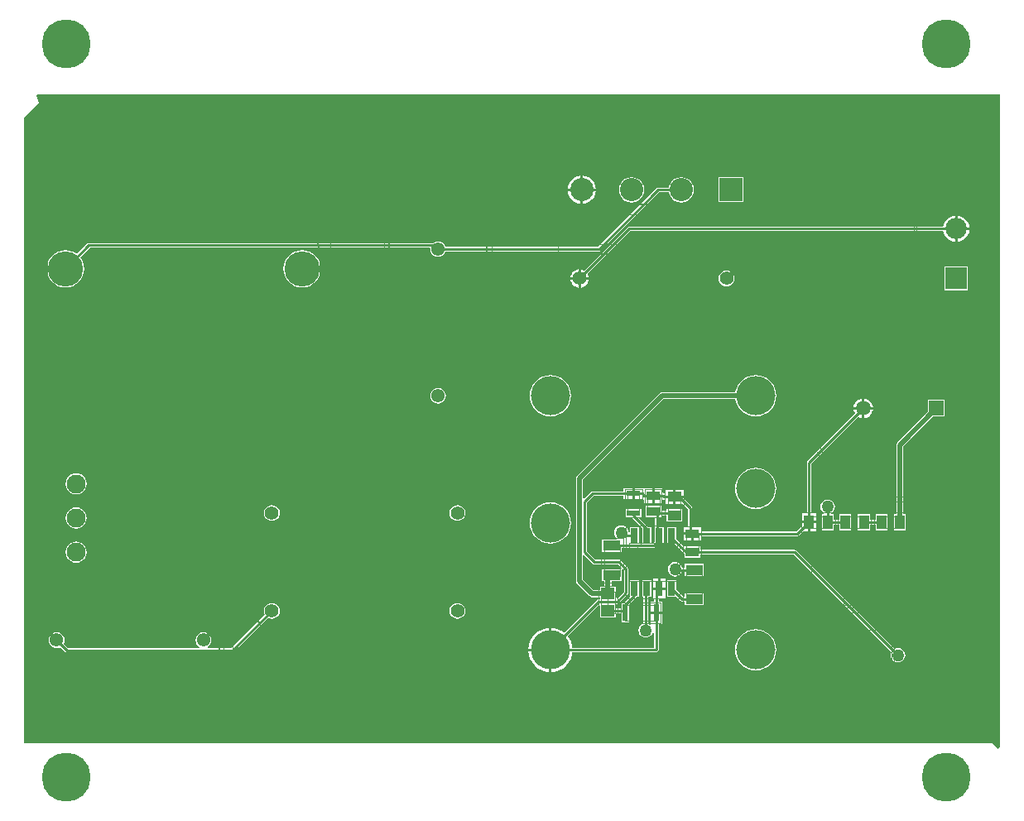
<source format=gbl>
G04 Layer_Physical_Order=2*
G04 Layer_Color=16711680*
%FSLAX25Y25*%
%MOIN*%
G70*
G01*
G75*
%ADD15C,0.01000*%
%ADD16C,0.01969*%
%ADD17C,0.00394*%
%ADD18C,0.00787*%
%ADD19C,0.00197*%
%ADD20C,0.19685*%
%ADD21C,0.05906*%
%ADD22R,0.05906X0.05906*%
%ADD23C,0.05500*%
%ADD24C,0.15748*%
%ADD25C,0.08563*%
%ADD26R,0.08563X0.08563*%
%ADD27C,0.09331*%
%ADD28R,0.09331X0.09331*%
%ADD29C,0.05437*%
%ADD30C,0.05512*%
%ADD31C,0.14173*%
%ADD32C,0.07677*%
%ADD33C,0.05000*%
%ADD34R,0.03937X0.05709*%
%ADD35R,0.02441X0.07165*%
%ADD36R,0.05512X0.03740*%
%ADD37R,0.05709X0.03937*%
%ADD38R,0.07087X0.04134*%
%ADD39R,0.05709X0.04528*%
%ADD40R,0.02756X0.06004*%
%ADD41R,0.05787X0.02441*%
%ADD42R,0.05472X0.03780*%
G36*
X592520Y189370D02*
X591732Y188583D01*
X589370Y190945D01*
X199606D01*
Y442913D01*
X205512Y448819D01*
X204485Y451557D01*
X204770Y451968D01*
X592520D01*
Y189370D01*
D02*
G37*
%LPC*%
G36*
X424555Y419329D02*
Y414181D01*
X429704D01*
X429575Y415160D01*
X429004Y416538D01*
X428096Y417722D01*
X426912Y418630D01*
X425534Y419201D01*
X424555Y419329D01*
D02*
G37*
G36*
X423555D02*
X422576Y419201D01*
X421198Y418630D01*
X420015Y417722D01*
X419106Y416538D01*
X418536Y415160D01*
X418407Y414181D01*
X423555D01*
Y419329D01*
D02*
G37*
G36*
X489114Y418740D02*
X478996D01*
Y408622D01*
X489114D01*
Y418740D01*
D02*
G37*
G36*
X464055Y418784D02*
X462735Y418610D01*
X461504Y418100D01*
X460447Y417289D01*
X459636Y416232D01*
X459126Y415002D01*
X459072Y414592D01*
X454881D01*
X454532Y414523D01*
X454237Y414325D01*
X430586Y390675D01*
X369133D01*
X368860Y391333D01*
X368361Y391983D01*
X367711Y392482D01*
X366954Y392796D01*
X366142Y392903D01*
X365329Y392796D01*
X364572Y392482D01*
X364269Y392250D01*
X225591D01*
X225242Y392180D01*
X224946Y391983D01*
X220749Y387786D01*
X220318Y388140D01*
X219018Y388834D01*
X217608Y389262D01*
X216142Y389406D01*
X214675Y389262D01*
X213265Y388834D01*
X211966Y388140D01*
X210827Y387205D01*
X209892Y386066D01*
X209197Y384766D01*
X208770Y383356D01*
X208625Y381890D01*
X208770Y380423D01*
X209197Y379013D01*
X209892Y377714D01*
X210827Y376575D01*
X211966Y375640D01*
X213265Y374945D01*
X214675Y374518D01*
X216142Y374373D01*
X217608Y374518D01*
X219018Y374945D01*
X220318Y375640D01*
X221457Y376575D01*
X222392Y377714D01*
X223086Y379013D01*
X223514Y380423D01*
X223658Y381890D01*
X223514Y383356D01*
X223086Y384766D01*
X222392Y386066D01*
X222038Y386497D01*
X225968Y390427D01*
X362711D01*
X363041Y390051D01*
X363003Y389764D01*
X363110Y388951D01*
X363423Y388194D01*
X363922Y387544D01*
X364572Y387045D01*
X365329Y386732D01*
X366142Y386625D01*
X366954Y386732D01*
X367711Y387045D01*
X368361Y387544D01*
X368860Y388194D01*
X369133Y388853D01*
X430964D01*
X431313Y388922D01*
X431608Y389120D01*
X455258Y412770D01*
X459072D01*
X459126Y412360D01*
X459636Y411130D01*
X460447Y410073D01*
X461504Y409262D01*
X462735Y408752D01*
X464055Y408578D01*
X465376Y408752D01*
X466607Y409262D01*
X467663Y410073D01*
X468474Y411130D01*
X468984Y412360D01*
X469158Y413681D01*
X468984Y415002D01*
X468474Y416232D01*
X467663Y417289D01*
X466607Y418100D01*
X465376Y418610D01*
X464055Y418784D01*
D02*
G37*
G36*
X444055D02*
X442734Y418610D01*
X441504Y418100D01*
X440447Y417289D01*
X439636Y416232D01*
X439126Y415002D01*
X438952Y413681D01*
X439126Y412360D01*
X439636Y411130D01*
X440447Y410073D01*
X441504Y409262D01*
X442734Y408752D01*
X444055Y408578D01*
X445376Y408752D01*
X446606Y409262D01*
X447663Y410073D01*
X448474Y411130D01*
X448984Y412360D01*
X449158Y413681D01*
X448984Y415002D01*
X448474Y416232D01*
X447663Y417289D01*
X446606Y418100D01*
X445376Y418610D01*
X444055Y418784D01*
D02*
G37*
G36*
X429704Y413181D02*
X424555D01*
Y408033D01*
X425534Y408161D01*
X426912Y408732D01*
X428096Y409640D01*
X429004Y410824D01*
X429575Y412202D01*
X429704Y413181D01*
D02*
G37*
G36*
X423555D02*
X418407D01*
X418536Y412202D01*
X419106Y410824D01*
X420015Y409640D01*
X421198Y408732D01*
X422576Y408161D01*
X423555Y408033D01*
Y413181D01*
D02*
G37*
G36*
X575303Y403214D02*
Y398453D01*
X580064D01*
X579949Y399331D01*
X579417Y400616D01*
X578570Y401720D01*
X577467Y402566D01*
X576182Y403098D01*
X575303Y403214D01*
D02*
G37*
G36*
X574303D02*
X573424Y403098D01*
X572140Y402566D01*
X571036Y401720D01*
X570190Y400616D01*
X569658Y399331D01*
X569596Y398864D01*
X443228D01*
X442880Y398795D01*
X442584Y398597D01*
X425174Y381187D01*
X425120Y381228D01*
X424207Y381606D01*
X423728Y381669D01*
Y378453D01*
X426945D01*
X426882Y378932D01*
X426504Y379844D01*
X426462Y379898D01*
X443606Y397042D01*
X569596D01*
X569658Y396574D01*
X570190Y395289D01*
X571036Y394186D01*
X572140Y393339D01*
X573424Y392807D01*
X574303Y392692D01*
Y397953D01*
Y403214D01*
D02*
G37*
G36*
X580064Y397453D02*
X575303D01*
Y392692D01*
X576182Y392807D01*
X577467Y393339D01*
X578570Y394186D01*
X579417Y395289D01*
X579949Y396574D01*
X580064Y397453D01*
D02*
G37*
G36*
X422728Y381669D02*
X422249Y381606D01*
X421337Y381228D01*
X420554Y380627D01*
X419953Y379844D01*
X419575Y378932D01*
X419512Y378453D01*
X422728D01*
Y381669D01*
D02*
G37*
G36*
X482283Y381124D02*
X481463Y381016D01*
X480698Y380699D01*
X480041Y380195D01*
X479537Y379538D01*
X479221Y378773D01*
X479113Y377953D01*
X479221Y377132D01*
X479537Y376367D01*
X480041Y375711D01*
X480698Y375207D01*
X481463Y374890D01*
X482283Y374782D01*
X483104Y374890D01*
X483869Y375207D01*
X484525Y375711D01*
X485029Y376367D01*
X485346Y377132D01*
X485454Y377953D01*
X485346Y378773D01*
X485029Y379538D01*
X484525Y380195D01*
X483869Y380699D01*
X483104Y381016D01*
X482283Y381124D01*
D02*
G37*
G36*
X311417Y389406D02*
X309951Y389262D01*
X308541Y388834D01*
X307242Y388140D01*
X306102Y387205D01*
X305168Y386066D01*
X304473Y384766D01*
X304045Y383356D01*
X303901Y381890D01*
X304045Y380423D01*
X304473Y379013D01*
X305168Y377714D01*
X306102Y376575D01*
X307242Y375640D01*
X308541Y374945D01*
X309951Y374518D01*
X311417Y374373D01*
X312884Y374518D01*
X314294Y374945D01*
X315593Y375640D01*
X316732Y376575D01*
X317667Y377714D01*
X318362Y379013D01*
X318790Y380423D01*
X318934Y381890D01*
X318790Y383356D01*
X318362Y384766D01*
X317667Y386066D01*
X316732Y387205D01*
X315593Y388140D01*
X314294Y388834D01*
X312884Y389262D01*
X311417Y389406D01*
D02*
G37*
G36*
X426945Y377453D02*
X423728D01*
Y374236D01*
X424207Y374299D01*
X425120Y374677D01*
X425903Y375278D01*
X426504Y376062D01*
X426882Y376974D01*
X426945Y377453D01*
D02*
G37*
G36*
X422728D02*
X419512D01*
X419575Y376974D01*
X419953Y376062D01*
X420554Y375278D01*
X421337Y374677D01*
X422249Y374299D01*
X422728Y374236D01*
Y377453D01*
D02*
G37*
G36*
X579478Y382628D02*
X570128D01*
Y373278D01*
X579478D01*
Y382628D01*
D02*
G37*
G36*
X366142Y333848D02*
X365329Y333741D01*
X364572Y333427D01*
X363922Y332928D01*
X363423Y332278D01*
X363110Y331521D01*
X363003Y330709D01*
X363110Y329896D01*
X363423Y329139D01*
X363922Y328489D01*
X364572Y327990D01*
X365329Y327677D01*
X366142Y327570D01*
X366954Y327677D01*
X367711Y327990D01*
X368361Y328489D01*
X368860Y329139D01*
X369174Y329896D01*
X369281Y330709D01*
X369174Y331521D01*
X368860Y332278D01*
X368361Y332928D01*
X367711Y333427D01*
X366954Y333741D01*
X366142Y333848D01*
D02*
G37*
G36*
X537902Y329593D02*
Y326172D01*
X541323D01*
X541253Y326704D01*
X540854Y327666D01*
X540221Y328491D01*
X539395Y329125D01*
X538434Y329523D01*
X537902Y329593D01*
D02*
G37*
G36*
X536902D02*
X536370Y329523D01*
X535408Y329125D01*
X534583Y328491D01*
X533949Y327666D01*
X533551Y326704D01*
X533481Y326172D01*
X536902D01*
Y329593D01*
D02*
G37*
G36*
X494094Y339016D02*
X492474Y338857D01*
X490915Y338384D01*
X489479Y337616D01*
X488220Y336583D01*
X487187Y335324D01*
X486419Y333888D01*
X485946Y332329D01*
X485925Y332114D01*
X456309D01*
X455771Y332007D01*
X455315Y331702D01*
X422206Y298593D01*
X421902Y298138D01*
X421795Y297600D01*
Y256000D01*
X421902Y255462D01*
X422206Y255007D01*
X427223Y249990D01*
X427679Y249685D01*
X428217Y249578D01*
X431331D01*
Y248711D01*
X430871D01*
X430522Y248642D01*
X430227Y248444D01*
X417015Y235232D01*
X416371Y235761D01*
X414830Y236585D01*
X413157Y237092D01*
X411917Y237214D01*
Y228346D01*
Y219479D01*
X413157Y219601D01*
X414830Y220108D01*
X416371Y220932D01*
X417723Y222041D01*
X418832Y223392D01*
X419656Y224934D01*
X420163Y226607D01*
X420245Y227435D01*
X453869D01*
X454218Y227505D01*
X454514Y227702D01*
X454767Y227956D01*
X454965Y228251D01*
X455034Y228600D01*
Y238757D01*
X456344D01*
Y242840D01*
X454123D01*
X451902D01*
Y239222D01*
X451902Y238887D01*
X451473Y238586D01*
X451263Y238748D01*
X450714Y238975D01*
Y249707D01*
X452028D01*
Y256498D01*
X448484D01*
Y249707D01*
X448892D01*
Y238975D01*
X448344Y238748D01*
X447739Y238284D01*
X447275Y237680D01*
X446984Y236976D01*
X446884Y236221D01*
X446984Y235465D01*
X447275Y234761D01*
X447739Y234157D01*
X448344Y233693D01*
X449048Y233401D01*
X449803Y233302D01*
X450559Y233401D01*
X451263Y233693D01*
X451867Y234157D01*
X452331Y234761D01*
X452622Y235465D01*
X452654Y235703D01*
X453179Y235865D01*
X453212Y235828D01*
Y229258D01*
X420245D01*
X420163Y230086D01*
X419656Y231759D01*
X418832Y233300D01*
X418303Y233944D01*
X430831Y246471D01*
X431331Y246264D01*
Y241436D01*
X437827D01*
Y243182D01*
X439910D01*
Y239363D01*
X443139D01*
Y246625D01*
X445900Y249387D01*
X446098Y249683D01*
X446103Y249707D01*
X447028D01*
Y256498D01*
X443484D01*
Y249707D01*
X443484Y249707D01*
X443484D01*
X443247Y249311D01*
X441252Y247316D01*
X439910D01*
Y245005D01*
X437827D01*
X437827Y246751D01*
X438270Y246889D01*
X438300D01*
X438649Y246958D01*
X438944Y247156D01*
X442573Y250785D01*
X442771Y251080D01*
X442840Y251429D01*
Y260827D01*
X442771Y261175D01*
X442573Y261471D01*
X439621Y264424D01*
X439325Y264621D01*
X438976Y264691D01*
X429511D01*
X426011Y268191D01*
Y287623D01*
X428805Y290417D01*
X440912D01*
Y289107D01*
X444306D01*
Y291328D01*
Y293548D01*
X440912D01*
Y292239D01*
X428428D01*
X428079Y292170D01*
X427783Y291972D01*
X425067Y289255D01*
X424605Y289447D01*
Y297018D01*
X456890Y329304D01*
X485925D01*
X485946Y329088D01*
X486419Y327529D01*
X487187Y326093D01*
X488220Y324834D01*
X489479Y323801D01*
X490915Y323033D01*
X492474Y322561D01*
X494094Y322401D01*
X495715Y322561D01*
X497274Y323033D01*
X498710Y323801D01*
X499969Y324834D01*
X501002Y326093D01*
X501770Y327529D01*
X502243Y329088D01*
X502402Y330709D01*
X502243Y332329D01*
X501770Y333888D01*
X501002Y335324D01*
X499969Y336583D01*
X498710Y337616D01*
X497274Y338384D01*
X495715Y338857D01*
X494094Y339016D01*
D02*
G37*
G36*
X411417D02*
X409797Y338857D01*
X408238Y338384D01*
X406802Y337616D01*
X405543Y336583D01*
X404510Y335324D01*
X403742Y333888D01*
X403269Y332329D01*
X403110Y330709D01*
X403269Y329088D01*
X403742Y327529D01*
X404510Y326093D01*
X405543Y324834D01*
X406802Y323801D01*
X408238Y323033D01*
X409797Y322561D01*
X411417Y322401D01*
X413038Y322561D01*
X414597Y323033D01*
X416033Y323801D01*
X417292Y324834D01*
X418325Y326093D01*
X419093Y327529D01*
X419565Y329088D01*
X419725Y330709D01*
X419565Y332329D01*
X419093Y333888D01*
X418325Y335324D01*
X417292Y336583D01*
X416033Y337616D01*
X414597Y338384D01*
X413038Y338857D01*
X411417Y339016D01*
D02*
G37*
G36*
X541323Y325172D02*
X537902D01*
Y321751D01*
X538434Y321821D01*
X539395Y322219D01*
X540221Y322853D01*
X540854Y323679D01*
X541253Y324640D01*
X541323Y325172D01*
D02*
G37*
G36*
X536902D02*
X533481D01*
X533551Y324640D01*
X533949Y323679D01*
X534023Y323582D01*
X514907Y304466D01*
X514709Y304170D01*
X514640Y303822D01*
Y283660D01*
X512583D01*
Y280306D01*
X515551D01*
X518520D01*
Y283660D01*
X516462D01*
Y303444D01*
X535312Y322294D01*
X535408Y322219D01*
X536370Y321821D01*
X536902Y321751D01*
Y325172D01*
D02*
G37*
G36*
X220472Y299544D02*
X219368Y299399D01*
X218338Y298973D01*
X217454Y298294D01*
X216775Y297410D01*
X216349Y296380D01*
X216204Y295276D01*
X216349Y294171D01*
X216775Y293141D01*
X217454Y292257D01*
X218338Y291579D01*
X219368Y291152D01*
X220472Y291007D01*
X221577Y291152D01*
X222607Y291579D01*
X223491Y292257D01*
X224169Y293141D01*
X224596Y294171D01*
X224741Y295276D01*
X224596Y296380D01*
X224169Y297410D01*
X223491Y298294D01*
X222607Y298973D01*
X221577Y299399D01*
X220472Y299544D01*
D02*
G37*
G36*
X465190Y293044D02*
X461836D01*
Y290576D01*
X465190D01*
Y293044D01*
D02*
G37*
G36*
X448700Y293548D02*
Y293548D01*
X448683Y293548D01*
X445306D01*
Y291328D01*
Y289107D01*
X448700D01*
X449118Y288911D01*
Y287611D01*
X452354D01*
Y290501D01*
Y293391D01*
X449118D01*
X449118Y293391D01*
X448700Y293548D01*
D02*
G37*
G36*
X456591Y293391D02*
X453354D01*
Y290501D01*
Y287611D01*
X456591D01*
Y288824D01*
X456648Y288907D01*
X456981Y289121D01*
X457481Y288944D01*
Y287107D01*
X460836D01*
Y290076D01*
Y293044D01*
X457481D01*
Y291722D01*
X457397Y291625D01*
X457091Y291442D01*
X456591Y291625D01*
Y293391D01*
D02*
G37*
G36*
X494094Y301615D02*
X492474Y301455D01*
X490915Y300982D01*
X489479Y300215D01*
X488220Y299181D01*
X487187Y297922D01*
X486419Y296486D01*
X485946Y294928D01*
X485787Y293307D01*
X485946Y291686D01*
X486419Y290128D01*
X487187Y288691D01*
X488220Y287433D01*
X489479Y286399D01*
X490915Y285632D01*
X492474Y285159D01*
X494094Y284999D01*
X495715Y285159D01*
X497274Y285632D01*
X498710Y286399D01*
X499969Y287433D01*
X501002Y288691D01*
X501770Y290128D01*
X502243Y291686D01*
X502402Y293307D01*
X502243Y294928D01*
X501770Y296486D01*
X501002Y297922D01*
X499969Y299181D01*
X498710Y300215D01*
X497274Y300982D01*
X495715Y301455D01*
X494094Y301615D01*
D02*
G37*
G36*
X547081Y283054D02*
X542356D01*
Y280717D01*
X539977D01*
Y283054D01*
X535253D01*
Y276558D01*
X539977D01*
Y278895D01*
X542356D01*
Y276558D01*
X547081D01*
Y283054D01*
D02*
G37*
G36*
X374016Y286641D02*
X373194Y286533D01*
X372427Y286216D01*
X371769Y285711D01*
X371265Y285053D01*
X370947Y284287D01*
X370839Y283465D01*
X370947Y282642D01*
X371265Y281876D01*
X371769Y281218D01*
X372427Y280713D01*
X373194Y280396D01*
X374016Y280288D01*
X374838Y280396D01*
X375604Y280713D01*
X376262Y281218D01*
X376767Y281876D01*
X377084Y282642D01*
X377193Y283465D01*
X377084Y284287D01*
X376767Y285053D01*
X376262Y285711D01*
X375604Y286216D01*
X374838Y286533D01*
X374016Y286641D01*
D02*
G37*
G36*
X299213D02*
X298390Y286533D01*
X297624Y286216D01*
X296966Y285711D01*
X296461Y285053D01*
X296144Y284287D01*
X296036Y283465D01*
X296144Y282642D01*
X296461Y281876D01*
X296966Y281218D01*
X297624Y280713D01*
X298390Y280396D01*
X299213Y280288D01*
X300035Y280396D01*
X300801Y280713D01*
X301459Y281218D01*
X301964Y281876D01*
X302281Y282642D01*
X302389Y283465D01*
X302281Y284287D01*
X301964Y285053D01*
X301459Y285711D01*
X300801Y286216D01*
X300035Y286533D01*
X299213Y286641D01*
D02*
G37*
G36*
X220472Y285765D02*
X219368Y285619D01*
X218338Y285193D01*
X217454Y284514D01*
X216775Y283630D01*
X216349Y282601D01*
X216204Y281496D01*
X216349Y280391D01*
X216775Y279362D01*
X217454Y278478D01*
X218338Y277799D01*
X219368Y277373D01*
X220472Y277227D01*
X221577Y277373D01*
X222607Y277799D01*
X223491Y278478D01*
X224169Y279362D01*
X224596Y280391D01*
X224741Y281496D01*
X224596Y282601D01*
X224169Y283630D01*
X223491Y284514D01*
X222607Y285193D01*
X221577Y285619D01*
X220472Y285765D01*
D02*
G37*
G36*
X570276Y329019D02*
X563583D01*
Y324313D01*
X551205Y311935D01*
X550901Y311479D01*
X550794Y310942D01*
Y283054D01*
X549837D01*
Y276558D01*
X554561D01*
Y283054D01*
X553604D01*
Y310360D01*
X565570Y322326D01*
X570276D01*
Y329019D01*
D02*
G37*
G36*
X523032Y288942D02*
X522276Y288843D01*
X521572Y288551D01*
X520968Y288087D01*
X520504Y287483D01*
X520212Y286779D01*
X520113Y286023D01*
X520212Y285268D01*
X520504Y284564D01*
X520968Y283960D01*
X521496Y283554D01*
X521462Y283265D01*
X521361Y283054D01*
X520669D01*
Y276558D01*
X525394D01*
Y278895D01*
X527773D01*
Y276558D01*
X532497D01*
Y283054D01*
X527773D01*
Y280717D01*
X525394D01*
Y283054D01*
X524702D01*
X524601Y283265D01*
X524567Y283554D01*
X525095Y283960D01*
X525559Y284564D01*
X525851Y285268D01*
X525950Y286023D01*
X525851Y286779D01*
X525559Y287483D01*
X525095Y288087D01*
X524491Y288551D01*
X523787Y288843D01*
X523032Y288942D01*
D02*
G37*
G36*
X518520Y279306D02*
X516051D01*
Y275952D01*
X518520D01*
Y279306D01*
D02*
G37*
G36*
X465190Y289576D02*
X461836D01*
Y287107D01*
X464704D01*
X466789Y285023D01*
Y278057D01*
X464765D01*
Y275687D01*
X468521D01*
Y275187D01*
X469021D01*
Y272317D01*
X472276D01*
Y274276D01*
X510932D01*
X511281Y274345D01*
X511577Y274543D01*
X512986Y275952D01*
X515051D01*
Y279306D01*
X512583D01*
Y278126D01*
X510555Y276098D01*
X472276D01*
Y278057D01*
X468611D01*
Y285400D01*
X468542Y285749D01*
X468344Y286044D01*
X465190Y289199D01*
Y289576D01*
D02*
G37*
G36*
X468021Y274687D02*
X464765D01*
Y272317D01*
X468021D01*
Y274687D01*
D02*
G37*
G36*
X411417Y287835D02*
X409797Y287676D01*
X408238Y287203D01*
X406802Y286435D01*
X405543Y285402D01*
X404510Y284143D01*
X403742Y282707D01*
X403269Y281148D01*
X403110Y279528D01*
X403269Y277907D01*
X403742Y276348D01*
X404510Y274912D01*
X405543Y273653D01*
X406802Y272620D01*
X408238Y271852D01*
X409797Y271379D01*
X411417Y271220D01*
X413038Y271379D01*
X414597Y271852D01*
X416033Y272620D01*
X417292Y273653D01*
X418325Y274912D01*
X419093Y276348D01*
X419565Y277907D01*
X419725Y279528D01*
X419565Y281148D01*
X419093Y282707D01*
X418325Y284143D01*
X417292Y285402D01*
X416033Y286435D01*
X414597Y287203D01*
X413038Y287676D01*
X411417Y287835D01*
D02*
G37*
G36*
X455984Y286406D02*
X449724D01*
Y281839D01*
X453419D01*
Y275382D01*
X453484Y275056D01*
Y272096D01*
X452591Y271203D01*
X452028D01*
Y277853D01*
X450798D01*
X447273Y281378D01*
X447465Y281840D01*
X448093D01*
Y285068D01*
X441519D01*
Y281840D01*
X444234D01*
X448484Y277589D01*
Y271203D01*
X447028D01*
Y277853D01*
X443484D01*
Y275598D01*
X443350Y275564D01*
X442834Y275935D01*
X442780Y276346D01*
X442488Y277050D01*
X442024Y277654D01*
X441420Y278118D01*
X440716Y278410D01*
X439961Y278509D01*
X439205Y278410D01*
X438501Y278118D01*
X437897Y277654D01*
X437433Y277050D01*
X437141Y276346D01*
X437042Y275590D01*
X437141Y274835D01*
X437433Y274131D01*
X437897Y273527D01*
X438255Y273252D01*
X438085Y272752D01*
X432267D01*
Y267831D01*
X440141D01*
Y269380D01*
X452969D01*
X453317Y269449D01*
X453613Y269647D01*
X455027Y271061D01*
X457028D01*
Y277853D01*
X455242D01*
Y281839D01*
X455984D01*
Y282553D01*
X458088D01*
Y280233D01*
X464584D01*
Y284958D01*
X458088D01*
Y284376D01*
X455984D01*
Y286406D01*
D02*
G37*
G36*
X220472Y271985D02*
X219368Y271840D01*
X218338Y271413D01*
X217454Y270735D01*
X216775Y269851D01*
X216349Y268822D01*
X216204Y267717D01*
X216349Y266612D01*
X216775Y265582D01*
X217454Y264698D01*
X218338Y264020D01*
X219368Y263593D01*
X220472Y263448D01*
X221577Y263593D01*
X222607Y264020D01*
X223491Y264698D01*
X224169Y265582D01*
X224596Y266612D01*
X224741Y267717D01*
X224596Y268822D01*
X224169Y269851D01*
X223491Y270735D01*
X222607Y271413D01*
X221577Y271840D01*
X220472Y271985D01*
D02*
G37*
G36*
X461614Y263745D02*
X460859Y263646D01*
X460155Y263354D01*
X459550Y262891D01*
X459087Y262286D01*
X458795Y261582D01*
X458696Y260827D01*
X458795Y260071D01*
X459087Y259367D01*
X459550Y258763D01*
X460155Y258299D01*
X460859Y258008D01*
X461614Y257908D01*
X462370Y258008D01*
X463073Y258299D01*
X463678Y258763D01*
X464142Y259367D01*
X464276Y259692D01*
X465371D01*
Y258143D01*
X473245D01*
Y263064D01*
X465371D01*
Y261515D01*
X464442D01*
X464433Y261582D01*
X464142Y262286D01*
X463678Y262891D01*
X463073Y263354D01*
X462370Y263646D01*
X461614Y263745D01*
D02*
G37*
G36*
X457634Y257104D02*
X455756D01*
Y253602D01*
X457634D01*
Y257104D01*
D02*
G37*
G36*
X454756D02*
X452878D01*
Y253602D01*
X454756D01*
Y257104D01*
D02*
G37*
G36*
X462028Y256498D02*
X458484D01*
Y249707D01*
X462028D01*
X462028Y249707D01*
Y249707D01*
X462491Y249579D01*
X463922Y248148D01*
X464217Y247951D01*
X464566Y247881D01*
X465371D01*
Y246332D01*
X473245D01*
Y251253D01*
X465371D01*
Y249879D01*
X464871Y249776D01*
X462028Y252619D01*
Y256498D01*
D02*
G37*
G36*
X457634Y252602D02*
X455256D01*
X452878D01*
Y249100D01*
X453212D01*
Y247922D01*
X451902D01*
Y243840D01*
X454123D01*
X456344D01*
Y247922D01*
X455034D01*
Y249100D01*
X457634D01*
Y252602D01*
D02*
G37*
G36*
X374016Y247271D02*
X373194Y247163D01*
X372427Y246846D01*
X371769Y246341D01*
X371265Y245683D01*
X370947Y244917D01*
X370839Y244094D01*
X370947Y243272D01*
X371265Y242506D01*
X371769Y241848D01*
X372427Y241343D01*
X373194Y241026D01*
X374016Y240918D01*
X374838Y241026D01*
X375604Y241343D01*
X376262Y241848D01*
X376767Y242506D01*
X377084Y243272D01*
X377193Y244094D01*
X377084Y244917D01*
X376767Y245683D01*
X376262Y246341D01*
X375604Y246846D01*
X374838Y247163D01*
X374016Y247271D01*
D02*
G37*
G36*
X299213D02*
X298390Y247163D01*
X297624Y246846D01*
X296966Y246341D01*
X296461Y245683D01*
X296144Y244917D01*
X296036Y244094D01*
X296144Y243272D01*
X296425Y242595D01*
X282941Y229111D01*
X273423D01*
X273297Y229397D01*
X273284Y229611D01*
X273873Y230064D01*
X274372Y230714D01*
X274686Y231471D01*
X274793Y232283D01*
X274686Y233096D01*
X274372Y233853D01*
X273873Y234503D01*
X273223Y235002D01*
X272466Y235315D01*
X271654Y235422D01*
X270841Y235315D01*
X270084Y235002D01*
X269434Y234503D01*
X268935Y233853D01*
X268621Y233096D01*
X268514Y232283D01*
X268621Y231471D01*
X268935Y230714D01*
X269434Y230064D01*
X270024Y229611D01*
X270010Y229397D01*
X269884Y229111D01*
X217059D01*
X215358Y230813D01*
X215631Y231471D01*
X215738Y232283D01*
X215631Y233096D01*
X215317Y233853D01*
X214818Y234503D01*
X214168Y235002D01*
X213411Y235315D01*
X212598Y235422D01*
X211786Y235315D01*
X211029Y235002D01*
X210379Y234503D01*
X209880Y233853D01*
X209566Y233096D01*
X209459Y232283D01*
X209566Y231471D01*
X209880Y230714D01*
X210379Y230064D01*
X211029Y229565D01*
X211786Y229251D01*
X212598Y229144D01*
X213411Y229251D01*
X214069Y229524D01*
X216038Y227556D01*
X216333Y227358D01*
X216682Y227289D01*
X283318D01*
X283667Y227358D01*
X283962Y227556D01*
X297713Y241306D01*
X298390Y241026D01*
X299213Y240918D01*
X300035Y241026D01*
X300801Y241343D01*
X301459Y241848D01*
X301964Y242506D01*
X302281Y243272D01*
X302389Y244094D01*
X302281Y244917D01*
X301964Y245683D01*
X301459Y246341D01*
X300801Y246846D01*
X300035Y247163D01*
X299213Y247271D01*
D02*
G37*
G36*
X410917Y237214D02*
X409678Y237092D01*
X408005Y236585D01*
X406463Y235761D01*
X405112Y234652D01*
X404003Y233300D01*
X403179Y231759D01*
X402672Y230086D01*
X402550Y228846D01*
X410917D01*
Y237214D01*
D02*
G37*
G36*
X462028Y277853D02*
X458484D01*
Y271061D01*
X461509D01*
X465371Y267199D01*
Y265443D01*
X471670D01*
Y266795D01*
X509516D01*
X548808Y227503D01*
X548581Y226955D01*
X548481Y226200D01*
X548581Y225445D01*
X548872Y224741D01*
X549336Y224136D01*
X549941Y223672D01*
X550645Y223381D01*
X551400Y223281D01*
X552155Y223381D01*
X552859Y223672D01*
X553464Y224136D01*
X553928Y224741D01*
X554219Y225445D01*
X554319Y226200D01*
X554219Y226955D01*
X553928Y227659D01*
X553464Y228264D01*
X552859Y228728D01*
X552155Y229019D01*
X551400Y229119D01*
X550645Y229019D01*
X550097Y228792D01*
X510538Y268351D01*
X510242Y268548D01*
X509893Y268618D01*
X471670D01*
Y269970D01*
X465371D01*
X465371Y269970D01*
Y269970D01*
X464961Y270186D01*
X462028Y273119D01*
Y277853D01*
D02*
G37*
G36*
X494094Y236654D02*
X492474Y236494D01*
X490915Y236022D01*
X489479Y235254D01*
X488220Y234221D01*
X487187Y232962D01*
X486419Y231526D01*
X485946Y229967D01*
X485787Y228346D01*
X485946Y226726D01*
X486419Y225167D01*
X487187Y223731D01*
X488220Y222472D01*
X489479Y221439D01*
X490915Y220671D01*
X492474Y220198D01*
X494094Y220039D01*
X495715Y220198D01*
X497274Y220671D01*
X498710Y221439D01*
X499969Y222472D01*
X501002Y223731D01*
X501770Y225167D01*
X502243Y226726D01*
X502402Y228346D01*
X502243Y229967D01*
X501770Y231526D01*
X501002Y232962D01*
X499969Y234221D01*
X498710Y235254D01*
X497274Y236022D01*
X495715Y236494D01*
X494094Y236654D01*
D02*
G37*
G36*
X410917Y227846D02*
X402550D01*
X402672Y226607D01*
X403179Y224934D01*
X404003Y223392D01*
X405112Y222041D01*
X406463Y220932D01*
X408005Y220108D01*
X409678Y219601D01*
X410917Y219479D01*
Y227846D01*
D02*
G37*
%LPD*%
G36*
X428489Y263135D02*
X428785Y262938D01*
X429134Y262868D01*
X438599D01*
X440026Y261441D01*
X439819Y260941D01*
X432267D01*
Y256020D01*
X433174D01*
Y253641D01*
X431331D01*
Y252388D01*
X428799D01*
X424605Y256582D01*
Y266367D01*
X425067Y266558D01*
X428489Y263135D01*
D02*
G37*
G36*
X441018Y260449D02*
Y251807D01*
X438327Y249115D01*
X437827Y249323D01*
Y253641D01*
X435984D01*
Y256020D01*
X440141D01*
Y260619D01*
X440641Y260826D01*
X441018Y260449D01*
D02*
G37*
D15*
X364567Y391339D02*
X366142Y389764D01*
X225591Y391339D02*
X364567D01*
X216142Y381890D02*
X225591Y391339D01*
X455256Y272579D02*
Y274457D01*
X452969Y270291D02*
X455256Y272579D01*
X436204Y270291D02*
X452969D01*
X466152Y267707D02*
X468521D01*
X460256Y273602D02*
X466152Y267707D01*
X460256Y273602D02*
Y274457D01*
X452854Y284123D02*
X454331Y282647D01*
Y275382D02*
Y282647D01*
Y275382D02*
X455256Y274457D01*
X460515Y282595D02*
X461336D01*
X459646Y283465D02*
X460515Y282595D01*
X453513Y283465D02*
X459646D01*
X452854Y284123D02*
X453513Y283465D01*
X450256Y274457D02*
Y277106D01*
X444806Y282556D02*
X450256Y277106D01*
X444806Y282556D02*
Y283454D01*
X440110Y274457D02*
X445256D01*
X523032Y279806D02*
Y286023D01*
Y279806D02*
X530135D01*
X441929Y251429D02*
Y260827D01*
X438976Y263779D02*
X441929Y260827D01*
X429134Y263779D02*
X438976D01*
X438300Y247800D02*
X441929Y251429D01*
X425100Y267813D02*
X429134Y263779D01*
X425100Y267813D02*
Y288000D01*
X440771Y244094D02*
X441525Y243340D01*
X434579Y244094D02*
X440771D01*
X455256Y251516D02*
Y253102D01*
X454123Y250383D02*
X455256Y251516D01*
X454123Y243340D02*
Y250383D01*
X449803Y236221D02*
Y250681D01*
X468521Y267707D02*
X509893D01*
X551400Y226200D01*
X443228Y397953D02*
X574803D01*
X467700Y275187D02*
Y285400D01*
X468521Y275187D02*
X510932D01*
X515551Y279806D01*
X423228Y377953D02*
X443228Y397953D01*
X454881Y413681D02*
X464055D01*
X430964Y389764D02*
X454881Y413681D01*
X366142Y389764D02*
X430964D01*
X212598Y232283D02*
X216682Y228200D01*
X283318D01*
X299213Y244094D01*
X441525Y243340D02*
Y246300D01*
X445256Y250031D01*
Y253102D01*
X537615Y279806D02*
X544719D01*
X462200Y260603D02*
X469308D01*
X460256Y253102D02*
X464566Y248792D01*
X469308D01*
X411417Y228346D02*
X453869D01*
X454123Y228600D01*
Y243340D01*
X411417Y228346D02*
X430871Y247800D01*
X438300D01*
X425100Y288000D02*
X428428Y291328D01*
X444806D01*
X448400D01*
X449227Y290501D01*
X452854D01*
X456800D01*
X457225Y290076D01*
X461336D01*
X463024D01*
X467700Y285400D01*
Y275187D02*
X468521D01*
X515551Y279806D02*
Y303822D01*
X537402Y325672D01*
D16*
X434579Y258480D02*
X436204D01*
X434579Y250983D02*
Y258480D01*
X456309Y330709D02*
X494094D01*
X423200Y297600D02*
X456309Y330709D01*
X423200Y256000D02*
Y297600D01*
Y256000D02*
X428217Y250983D01*
X434579D01*
X552199Y310942D02*
X566929Y325672D01*
X552199Y279806D02*
Y310942D01*
D17*
X588091Y325672D02*
G03*
X588091Y325672I-35925J0D01*
G01*
X544522Y282267D02*
X552396D01*
X544522Y277345D02*
Y282267D01*
Y277345D02*
X552396D01*
Y282267D01*
X529938D02*
X537812D01*
X529938Y277345D02*
Y282267D01*
Y277345D02*
X537812D01*
Y282267D01*
X515354D02*
X523228D01*
X515354Y277345D02*
Y282267D01*
Y277345D02*
X523228D01*
Y282267D01*
X441525Y240190D02*
Y246489D01*
X454123D01*
Y240190D02*
Y246489D01*
X441525Y240190D02*
X454123D01*
X466060Y267510D02*
X470981D01*
X466060D02*
Y275384D01*
X470981D01*
Y267510D02*
Y275384D01*
X463796Y282399D02*
Y290273D01*
X458875D02*
X463796D01*
X458875Y282399D02*
Y290273D01*
Y282399D02*
X463796D01*
X466158Y248497D02*
Y260899D01*
Y248497D02*
X472458D01*
Y260899D01*
X466158D02*
X472458D01*
X437433Y243208D02*
Y251869D01*
X431724Y243208D02*
Y251869D01*
Y243208D02*
X437433D01*
X431724Y251869D02*
X437433D01*
X439353Y258185D02*
Y270587D01*
X433054D02*
X439353D01*
X433054Y258185D02*
Y270587D01*
Y258185D02*
X439353D01*
X443110Y266457D02*
X448110Y271457D01*
X443110D02*
X462402D01*
Y256102D02*
Y271457D01*
X443110Y256102D02*
X462402D01*
X443110D02*
Y271457D01*
X442345Y283454D02*
X447267D01*
X442345D02*
Y291328D01*
X447267D01*
Y283454D02*
Y291328D01*
X455315Y283375D02*
Y291249D01*
X450394D02*
X455315D01*
X450394Y283375D02*
Y291249D01*
Y283375D02*
X455315D01*
X548720Y212008D02*
Y236496D01*
X522146Y212008D02*
Y236496D01*
X548720D01*
X522146Y212008D02*
X548720D01*
X529331Y246555D02*
X553819D01*
X529331Y273130D02*
X553819D01*
Y246555D02*
Y273130D01*
X529331Y246555D02*
Y273130D01*
X590551Y365748D02*
Y407717D01*
X558661D02*
X590551D01*
X558661Y365748D02*
Y407717D01*
Y365748D02*
X590551D01*
X245827Y303346D02*
X258110D01*
X245827Y263583D02*
Y303346D01*
Y263583D02*
X258110D01*
Y303346D01*
X432610Y247538D02*
X436547D01*
X434579Y245570D02*
Y249507D01*
X533465Y220472D02*
X537402D01*
X535433Y218504D02*
Y222441D01*
X414370Y364173D02*
X491142D01*
X414370D02*
Y391732D01*
X491142D01*
Y364173D02*
Y391732D01*
X539370Y257874D02*
Y261811D01*
X537402Y259843D02*
X541339D01*
X406811Y403839D02*
Y425492D01*
Y403839D02*
X501299D01*
Y425492D01*
X406811D02*
X501299D01*
X204331Y210630D02*
X279921D01*
X204331D02*
Y253937D01*
X279921D01*
Y210630D02*
Y253937D01*
X389764Y210630D02*
Y316929D01*
X283465Y210630D02*
X389764D01*
X283465D02*
Y316929D01*
X389764D01*
X387795Y322441D02*
Y398032D01*
X344488Y322441D02*
X387795D01*
X344488D02*
Y398032D01*
X387795D01*
X322835Y322835D02*
Y440945D01*
X204724D02*
X322835D01*
X204724Y322835D02*
Y440945D01*
Y322835D02*
X322835D01*
X203150Y306102D02*
X240157D01*
X203150Y256890D02*
Y306102D01*
Y256890D02*
X240157D01*
Y306102D01*
D18*
X336614Y312992D02*
G03*
X336614Y214567I0J-49213D01*
G01*
D02*
G03*
X336614Y312992I0J49213D01*
G01*
X208661Y381890D02*
G03*
X318898Y381890I55118J0D01*
G01*
D02*
G03*
X208661Y381890I-55118J0D01*
G01*
X418307Y368110D02*
X487205D01*
X418307D02*
Y387795D01*
X487205D01*
Y368110D02*
Y387795D01*
X410748Y407776D02*
Y421555D01*
Y407776D02*
X497362D01*
Y421555D01*
X410748D02*
X497362D01*
X206299Y212598D02*
X277953D01*
X206299D02*
Y251969D01*
X277953D01*
Y212598D02*
Y251969D01*
X385827Y324409D02*
Y396063D01*
X346457Y324409D02*
X385827D01*
X346457D02*
Y396063D01*
X385827D01*
X207087Y302165D02*
X236220D01*
X207087Y260827D02*
Y302165D01*
Y260827D02*
X236220D01*
Y302165D01*
D19*
X590059Y325672D02*
G03*
X590059Y325672I-37894J0D01*
G01*
X541766Y283743D02*
X555152D01*
X541766Y275869D02*
Y283743D01*
Y275869D02*
X555152D01*
Y283743D01*
X527182D02*
X540568D01*
X527182Y275869D02*
Y283743D01*
Y275869D02*
X540568D01*
Y283743D01*
X512598D02*
X525984D01*
X512598Y275869D02*
Y283743D01*
Y275869D02*
X525984D01*
Y283743D01*
X439714Y239166D02*
Y247513D01*
X455934D01*
Y239166D02*
Y247513D01*
X439714Y239166D02*
X455934D01*
X464781Y264852D02*
X472261D01*
X464781D02*
Y278041D01*
X472261D01*
Y264852D02*
Y278041D01*
X465273Y279643D02*
Y293029D01*
X457399D02*
X465273D01*
X457399Y279643D02*
Y293029D01*
Y279643D02*
X465273D01*
X464781Y245741D02*
Y263655D01*
Y245741D02*
X473836D01*
Y263655D01*
X464781D02*
X473836D01*
X438516Y240845D02*
Y254231D01*
X430642Y240845D02*
Y254231D01*
Y240845D02*
X438516D01*
X430642Y254231D02*
X438516D01*
X440731Y255429D02*
Y273343D01*
X431676D02*
X440731D01*
X431676Y255429D02*
Y273343D01*
Y255429D02*
X440731D01*
X441929Y278445D02*
X463583D01*
Y249114D02*
Y278445D01*
X441929Y249114D02*
X463583D01*
X441929D02*
Y278445D01*
X441302Y281643D02*
X448310D01*
X441302D02*
Y293139D01*
X448310D01*
Y281643D02*
Y293139D01*
X456201Y281643D02*
Y292981D01*
X449508D02*
X456201D01*
X449508Y281643D02*
Y292981D01*
Y281643D02*
X456201D01*
X549705Y197638D02*
Y243307D01*
X521161Y197638D02*
Y243307D01*
X549705D01*
X521161Y197638D02*
X549705D01*
X516535Y245571D02*
X562205D01*
X516535Y274114D02*
X562205D01*
Y245571D02*
Y274114D01*
X516535Y245571D02*
Y274114D01*
X591535Y364764D02*
Y408701D01*
X557677D02*
X591535D01*
X557677Y364764D02*
Y408701D01*
Y364764D02*
X591535D01*
X244626Y305925D02*
X259311D01*
X244626Y261004D02*
Y305925D01*
Y261004D02*
X259311D01*
Y305925D01*
D20*
X570866Y472441D02*
D03*
Y177165D02*
D03*
X216535D02*
D03*
Y472441D02*
D03*
D21*
X537402Y325672D02*
D03*
D22*
X566929D02*
D03*
D23*
X482283Y377953D02*
D03*
X423228D02*
D03*
D24*
X494094Y293307D02*
D03*
Y228346D02*
D03*
Y330709D02*
D03*
X411417D02*
D03*
Y228346D02*
D03*
Y279528D02*
D03*
D25*
X574803Y397953D02*
D03*
D26*
Y377953D02*
D03*
D27*
X424055Y413681D02*
D03*
X444055D02*
D03*
X464055D02*
D03*
D28*
X484055D02*
D03*
D29*
X271654Y232283D02*
D03*
X212598D02*
D03*
X366142Y389764D02*
D03*
Y330709D02*
D03*
D30*
X299213Y283465D02*
D03*
X374016D02*
D03*
X299213Y244094D02*
D03*
X374016D02*
D03*
D31*
X216142Y381890D02*
D03*
X311417D02*
D03*
D32*
X220472Y267717D02*
D03*
Y281496D02*
D03*
Y295276D02*
D03*
D33*
X439961Y275590D02*
D03*
X523032Y286023D02*
D03*
X461614Y260827D02*
D03*
X449803Y236221D02*
D03*
X551400Y226200D02*
D03*
D34*
X552199Y279806D02*
D03*
X544719D02*
D03*
X537615D02*
D03*
X530135D02*
D03*
X523032D02*
D03*
X515551D02*
D03*
D35*
X454123Y243340D02*
D03*
X441525D02*
D03*
D36*
X468521Y275187D02*
D03*
Y267707D02*
D03*
D37*
X461336Y282595D02*
D03*
Y290076D02*
D03*
D38*
X469308Y260603D02*
D03*
Y248792D02*
D03*
X436204Y258480D02*
D03*
Y270291D02*
D03*
D39*
X434579Y244094D02*
D03*
Y250983D02*
D03*
D40*
X445256Y253102D02*
D03*
X450256D02*
D03*
X455256D02*
D03*
X460256D02*
D03*
Y274457D02*
D03*
X455256D02*
D03*
X450256D02*
D03*
X445256D02*
D03*
D41*
X444806Y291328D02*
D03*
Y283454D02*
D03*
D42*
X452854Y284123D02*
D03*
Y290501D02*
D03*
M02*

</source>
